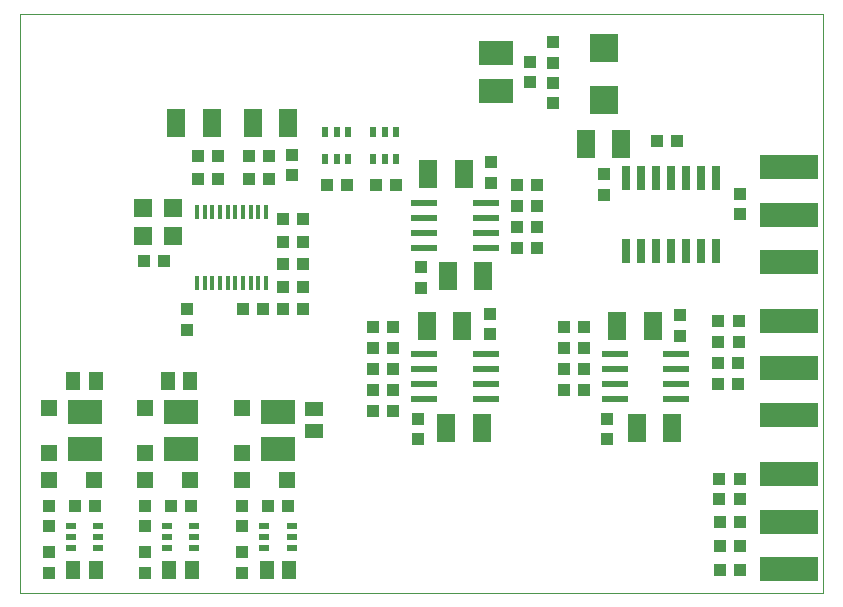
<source format=gtp>
G75*
G70*
%OFA0B0*%
%FSLAX24Y24*%
%IPPOS*%
%LPD*%
%AMOC8*
5,1,8,0,0,1.08239X$1,22.5*
%
%ADD10C,0.0000*%
%ADD11R,0.0630X0.0591*%
%ADD12R,0.0118X0.0500*%
%ADD13R,0.0394X0.0433*%
%ADD14R,0.0433X0.0394*%
%ADD15R,0.0236X0.0354*%
%ADD16R,0.0630X0.0945*%
%ADD17R,0.0866X0.0236*%
%ADD18R,0.0354X0.0236*%
%ADD19R,0.0512X0.0591*%
%ADD20R,0.0551X0.0551*%
%ADD21R,0.1181X0.0787*%
%ADD22R,0.0591X0.0512*%
%ADD23R,0.1969X0.0787*%
%ADD24R,0.0945X0.0945*%
%ADD25R,0.0260X0.0800*%
D10*
X001314Y000380D02*
X001314Y019671D01*
X028086Y019671D01*
X028086Y000380D01*
X001314Y000380D01*
D11*
X005422Y012277D03*
X006406Y012277D03*
X006406Y013183D03*
X005422Y013183D03*
D12*
X007212Y013061D03*
X007468Y013061D03*
X007724Y013061D03*
X007980Y013061D03*
X008236Y013061D03*
X008492Y013061D03*
X008748Y013061D03*
X009004Y013061D03*
X009260Y013061D03*
X009515Y013061D03*
X009515Y010699D03*
X009260Y010699D03*
X009004Y010699D03*
X008748Y010699D03*
X008492Y010699D03*
X008236Y010699D03*
X007980Y010699D03*
X007724Y010699D03*
X007468Y010699D03*
X007212Y010699D03*
D13*
X008729Y009830D03*
X009399Y009830D03*
X010079Y009830D03*
X010749Y009830D03*
X010749Y011330D03*
X010079Y011330D03*
X010079Y012080D03*
X010749Y012080D03*
X010749Y012830D03*
X010079Y012830D03*
X010364Y014295D03*
X010364Y014965D03*
X014664Y011215D03*
X014664Y010545D03*
X016964Y009665D03*
X016964Y008995D03*
X019429Y008530D03*
X020099Y008530D03*
X020099Y007830D03*
X019429Y007830D03*
X019429Y007130D03*
X020099Y007130D03*
X020864Y006165D03*
X020864Y005495D03*
X024614Y004165D03*
X025314Y004165D03*
X025314Y003495D03*
X024614Y003495D03*
X024629Y002730D03*
X025299Y002730D03*
X025299Y001930D03*
X024629Y001930D03*
X024579Y007330D03*
X025249Y007330D03*
X025249Y008030D03*
X024579Y008030D03*
X024564Y008745D03*
X025264Y008745D03*
X025264Y009415D03*
X024564Y009415D03*
X023314Y009615D03*
X023314Y008945D03*
X018549Y012580D03*
X017879Y012580D03*
X017879Y013280D03*
X018549Y013280D03*
X017014Y014045D03*
X017014Y014715D03*
X019064Y016695D03*
X019064Y017365D03*
X019064Y018045D03*
X019064Y018715D03*
X022529Y015430D03*
X023199Y015430D03*
X020764Y014315D03*
X020764Y013645D03*
X013749Y008530D03*
X013079Y008530D03*
X013079Y007830D03*
X013749Y007830D03*
X013749Y007130D03*
X013079Y007130D03*
X013079Y006430D03*
X013749Y006430D03*
X014564Y006165D03*
X014564Y005495D03*
D14*
X010249Y003280D03*
X009579Y003280D03*
X008714Y003265D03*
X008714Y002595D03*
X008714Y001715D03*
X008714Y001045D03*
X006999Y003280D03*
X006329Y003280D03*
X005464Y003265D03*
X005464Y002595D03*
X005464Y001715D03*
X005464Y001045D03*
X003799Y003280D03*
X003129Y003280D03*
X002264Y003265D03*
X002264Y002595D03*
X002264Y001715D03*
X002264Y001045D03*
X006864Y009145D03*
X006864Y009815D03*
X006099Y011430D03*
X005429Y011430D03*
X007229Y014180D03*
X007899Y014180D03*
X007899Y014930D03*
X007229Y014930D03*
X008929Y014930D03*
X009599Y014930D03*
X009599Y014180D03*
X008929Y014180D03*
X011529Y013980D03*
X012199Y013980D03*
X013179Y013980D03*
X013849Y013980D03*
X017879Y013980D03*
X018549Y013980D03*
X018549Y011880D03*
X017879Y011880D03*
X019429Y009230D03*
X020099Y009230D03*
X025314Y012995D03*
X025314Y013665D03*
X018314Y017395D03*
X018314Y018065D03*
X010749Y010580D03*
X010079Y010580D03*
X013079Y009230D03*
X013749Y009230D03*
X024629Y001130D03*
X025299Y001130D03*
D15*
X013838Y014827D03*
X013464Y014827D03*
X013090Y014827D03*
X012238Y014827D03*
X011864Y014827D03*
X011490Y014827D03*
X011490Y015733D03*
X011864Y015733D03*
X012238Y015733D03*
X013090Y015733D03*
X013464Y015733D03*
X013838Y015733D03*
D16*
X014923Y014330D03*
X016104Y014330D03*
X020173Y015330D03*
X021354Y015330D03*
X016754Y010930D03*
X015573Y010930D03*
X016054Y009280D03*
X014873Y009280D03*
X015523Y005880D03*
X016704Y005880D03*
X021223Y009280D03*
X022404Y009280D03*
X021873Y005880D03*
X023054Y005880D03*
X010254Y016030D03*
X009073Y016030D03*
X007704Y016030D03*
X006523Y016030D03*
D17*
X014790Y013380D03*
X014790Y012880D03*
X014790Y012380D03*
X014790Y011880D03*
X016837Y011880D03*
X016837Y012380D03*
X016837Y012880D03*
X016837Y013380D03*
X016837Y008330D03*
X016837Y007830D03*
X016837Y007330D03*
X016837Y006830D03*
X014790Y006830D03*
X014790Y007330D03*
X014790Y007830D03*
X014790Y008330D03*
X021140Y008330D03*
X021140Y007830D03*
X021140Y007330D03*
X021140Y006830D03*
X023187Y006830D03*
X023187Y007330D03*
X023187Y007830D03*
X023187Y008330D03*
D18*
X010367Y002604D03*
X010367Y002230D03*
X010367Y001856D03*
X009461Y001856D03*
X009461Y002230D03*
X009461Y002604D03*
X007117Y002604D03*
X007117Y002230D03*
X007117Y001856D03*
X006211Y001856D03*
X006211Y002230D03*
X006211Y002604D03*
X003917Y002604D03*
X003917Y002230D03*
X003917Y001856D03*
X003011Y001856D03*
X003011Y002230D03*
X003011Y002604D03*
D19*
X003090Y001130D03*
X003838Y001130D03*
X006290Y001130D03*
X007038Y001130D03*
X009540Y001130D03*
X010288Y001130D03*
X006988Y007430D03*
X006240Y007430D03*
X003838Y007430D03*
X003090Y007430D03*
D20*
X002264Y006528D03*
X002264Y005032D03*
X002266Y004130D03*
X003762Y004130D03*
X005466Y004130D03*
X005464Y005032D03*
X006962Y004130D03*
X008716Y004130D03*
X008714Y005032D03*
X010212Y004130D03*
X008714Y006528D03*
X005464Y006528D03*
D21*
X006664Y006410D03*
X006664Y005150D03*
X003464Y005150D03*
X003464Y006410D03*
X009914Y006410D03*
X009914Y005150D03*
X017164Y017100D03*
X017164Y018360D03*
D22*
X011114Y006504D03*
X011114Y005756D03*
D23*
X026942Y006286D03*
X026942Y007860D03*
X026942Y009435D03*
X026942Y011404D03*
X026942Y012978D03*
X026942Y014553D03*
X026942Y004317D03*
X026942Y002742D03*
X026942Y001167D03*
D24*
X020764Y016814D03*
X020764Y018546D03*
D25*
X021514Y014190D03*
X022014Y014190D03*
X022514Y014190D03*
X023014Y014190D03*
X023514Y014190D03*
X024014Y014190D03*
X024514Y014190D03*
X024514Y011770D03*
X024014Y011770D03*
X023514Y011770D03*
X023014Y011770D03*
X022514Y011770D03*
X022014Y011770D03*
X021514Y011770D03*
M02*

</source>
